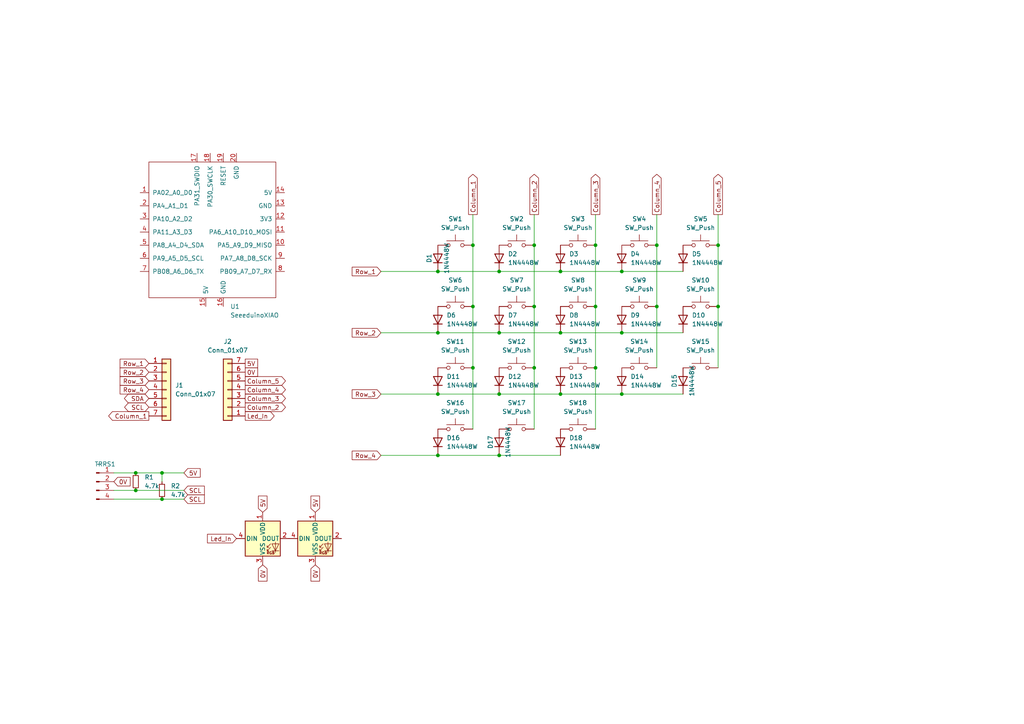
<source format=kicad_sch>
(kicad_sch (version 20230121) (generator eeschema)
  (paper "A4")
  (lib_symbols
    (symbol "Connector:Conn_01x04_Pin" (pin_names (offset 1.016) hide)
      (property "Reference" "J" (at 0 5.08 0))
      (property "Value" "Conn_01x04_Pin" (at 0 -7.62 0))
      (symbol "Conn_01x04_Pin_1_1"
        (polyline (pts (xy 1.27 -5.08) (xy 0.8636 -5.08)) (stroke (width 0.1524)))
        (polyline (pts (xy 1.27 -2.54) (xy 0.8636 -2.54)) (stroke (width 0.1524)))
        (polyline (pts (xy 1.27 0) (xy 0.8636 0)) (stroke (width 0.1524)))
        (polyline (pts (xy 1.27 2.54) (xy 0.8636 2.54)) (stroke (width 0.1524)))
        (rectangle (start 0.8636 -4.953) (end 0 -5.207) (stroke (width 0.1524)) (fill (type outline)))
        (rectangle (start 0.8636 -2.413) (end 0 -2.667) (stroke (width 0.1524)) (fill (type outline)))
        (rectangle (start 0.8636 0.127) (end 0 -0.127) (stroke (width 0.1524)) (fill (type outline)))
        (rectangle (start 0.8636 2.667) (end 0 2.413) (stroke (width 0.1524)) (fill (type outline)))
        (pin passive line (at 5.08 2.54 180) (length 3.81) (name "Pin_1") (number "1"))
        (pin passive line (at 5.08 0 180) (length 3.81) (name "Pin_2") (number "2"))
        (pin passive line (at 5.08 -2.54 180) (length 3.81) (name "Pin_3") (number "3"))
        (pin passive line (at 5.08 -5.08 180) (length 3.81) (name "Pin_4") (number "4"))
      )
    )
    (symbol "Connector_Generic:Conn_01x07" (pin_names (offset 1.016) hide)
      (property "Reference" "J" (at 0 10.16 0))
      (property "Value" "Conn_01x07" (at 0 -10.16 0))
      (symbol "Conn_01x07_1_1"
        (rectangle (start -1.27 -7.493) (end 0 -7.747) (stroke (width 0.1524)))
        (rectangle (start -1.27 -4.953) (end 0 -5.207) (stroke (width 0.1524)))
        (rectangle (start -1.27 -2.413) (end 0 -2.667) (stroke (width 0.1524)))
        (rectangle (start -1.27 0.127) (end 0 -0.127) (stroke (width 0.1524)))
        (rectangle (start -1.27 2.667) (end 0 2.413) (stroke (width 0.1524)))
        (rectangle (start -1.27 5.207) (end 0 4.953) (stroke (width 0.1524)))
        (rectangle (start -1.27 7.747) (end 0 7.493) (stroke (width 0.1524)))
        (rectangle (start -1.27 8.89) (end 1.27 -8.89) (stroke (width 0.254)) (fill (type background)))
        (pin passive line (at -5.08 7.62 0) (length 3.81) (name "Pin_1") (number "1"))
        (pin passive line (at -5.08 5.08 0) (length 3.81) (name "Pin_2") (number "2"))
        (pin passive line (at -5.08 2.54 0) (length 3.81) (name "Pin_3") (number "3"))
        (pin passive line (at -5.08 0 0) (length 3.81) (name "Pin_4") (number "4"))
        (pin passive line (at -5.08 -2.54 0) (length 3.81) (name "Pin_5") (number "5"))
        (pin passive line (at -5.08 -5.08 0) (length 3.81) (name "Pin_6") (number "6"))
        (pin passive line (at -5.08 -7.62 0) (length 3.81) (name "Pin_7") (number "7"))
      )
    )
    (symbol "Device:R_Small" (pin_numbers hide) (pin_names (offset 0.254) hide)
      (property "Reference" "R" (at 0.762 0.508 0))
      (property "Value" "R_Small" (at 0.762 -1.016 0))
      (symbol "R_Small_0_1"
        (rectangle (start -0.762 1.778) (end 0.762 -1.778) (stroke (width 0.2032)))
      )
      (symbol "R_Small_1_1"
        (pin passive line (at 0 2.54 270) (length 0.762) (name "~") (number "1"))
        (pin passive line (at 0 -2.54 90) (length 0.762) (name "~") (number "2"))
      )
    )
    (symbol "Diode:1N4448W" (pin_numbers hide) (pin_names (offset 1.016) hide)
      (property "Reference" "D" (at 0 2.54 0))
      (property "Value" "1N4448W" (at 0 -2.54 0))
      (symbol "1N4448W_0_1"
        (polyline (pts (xy -1.27 1.27) (xy -1.27 -1.27)) (stroke (width 0.254)))
        (polyline (pts (xy 1.27 0) (xy -1.27 0)))
        (polyline (pts (xy 1.27 1.27) (xy 1.27 -1.27) (xy -1.27 0) (xy 1.27 1.27)) (stroke (width 0.254)))
      )
      (symbol "1N4448W_1_1"
        (pin passive line (at -3.81 0 0) (length 2.54) (name "K") (number "1"))
        (pin passive line (at 3.81 0 180) (length 2.54) (name "A") (number "2"))
      )
    )
    (symbol "LED:WS2812B" (pin_names (offset 0.254))
      (property "Reference" "D" (at 5.08 5.715 0))
      (property "Value" "WS2812B" (at 1.27 -5.715 0))
      (symbol "WS2812B_0_0"
        (text "RGB" (at 2.286 -4.191 0) (effects (font (size 0.762 0.762))))
      )
      (symbol "WS2812B_0_1"
        (polyline (pts (xy 1.27 -3.556) (xy 1.778 -3.556)))
        (polyline (pts (xy 1.27 -2.54) (xy 1.778 -2.54)))
        (polyline (pts (xy 4.699 -3.556) (xy 2.667 -3.556)))
        (polyline (pts (xy 2.286 -2.54) (xy 1.27 -3.556) (xy 1.27 -3.048)))
        (polyline (pts (xy 2.286 -1.524) (xy 1.27 -2.54) (xy 1.27 -2.032)))
        (polyline (pts (xy 3.683 -1.016) (xy 3.683 -3.556) (xy 3.683 -4.064)))
        (polyline (pts (xy 4.699 -1.524) (xy 2.667 -1.524) (xy 3.683 -3.556) (xy 4.699 -1.524)))
        (rectangle (start 5.08 5.08) (end -5.08 -5.08) (stroke (width 0.254)) (fill (type background)))
      )
      (symbol "WS2812B_1_1"
        (pin power_in line (at 0 7.62 270) (length 2.54) (name "VDD") (number "1"))
        (pin output line (at 7.62 0 180) (length 2.54) (name "DOUT") (number "2"))
        (pin power_in line (at 0 -7.62 90) (length 2.54) (name "VSS") (number "3"))
        (pin input line (at -7.62 0 0) (length 2.54) (name "DIN") (number "4"))
      )
    )
    (symbol "Switch:SW_Push" (pin_numbers hide) (pin_names (offset 1.016) hide)
      (property "Reference" "SW" (at 1.27 2.54 0))
      (property "Value" "SW_Push" (at 0 -1.524 0))
      (symbol "SW_Push_0_1"
        (circle (center -2.032 0) (radius 0.508))
        (polyline (pts (xy 0 1.27) (xy 0 3.048)))
        (polyline (pts (xy 2.54 1.27) (xy -2.54 1.27)))
        (circle (center 2.032 0) (radius 0.508))
        (pin passive line (at -5.08 0 0) (length 2.54) (name "1") (number "1"))
        (pin passive line (at 5.08 0 180) (length 2.54) (name "2") (number "2"))
      )
    )
    (symbol "Xiao nRF52840:SeeeduinoXIAO" (pin_names (offset 1.016))
      (property "Reference" "U" (at -19.05 22.86 0))
      (property "Value" "SeeeduinoXIAO" (at -12.7 21.59 0))
      (symbol "SeeeduinoXIAO_0_1"
        (rectangle (start -19.05 20.32) (end 17.78 -19.05))
      )
      (symbol "SeeeduinoXIAO_1_1"
        (pin unspecified line (at -21.59 11.43 0) (length 2.54) (name "PA02_A0_D0") (number "1"))
        (pin unspecified line (at 20.32 -3.81 180) (length 2.54) (name "PA5_A9_D9_MISO") (number "10"))
        (pin unspecified line (at 20.32 0 180) (length 2.54) (name "PA6_A10_D10_MOSI") (number "11"))
        (pin unspecified line (at 20.32 3.81 180) (length 2.54) (name "3V3") (number "12"))
        (pin unspecified line (at 20.32 7.62 180) (length 2.54) (name "GND") (number "13"))
        (pin unspecified line (at 20.32 11.43 180) (length 2.54) (name "5V") (number "14"))
        (pin input line (at -2.54 -21.59 90) (length 2.54) (name "5V") (number "15"))
        (pin input line (at 2.54 -21.59 90) (length 2.54) (name "GND") (number "16"))
        (pin input line (at -5.08 22.86 270) (length 2.54) (name "PA31_SWDIO") (number "17"))
        (pin input line (at -1.27 22.86 270) (length 2.54) (name "PA30_SWCLK") (number "18"))
        (pin input line (at 2.54 22.86 270) (length 2.54) (name "RESET") (number "19"))
        (pin unspecified line (at -21.59 7.62 0) (length 2.54) (name "PA4_A1_D1") (number "2"))
        (pin input line (at 6.35 22.86 270) (length 2.54) (name "GND") (number "20"))
        (pin unspecified line (at -21.59 3.81 0) (length 2.54) (name "PA10_A2_D2") (number "3"))
        (pin unspecified line (at -21.59 0 0) (length 2.54) (name "PA11_A3_D3") (number "4"))
        (pin unspecified line (at -21.59 -3.81 0) (length 2.54) (name "PA8_A4_D4_SDA") (number "5"))
        (pin unspecified line (at -21.59 -7.62 0) (length 2.54) (name "PA9_A5_D5_SCL") (number "6"))
        (pin unspecified line (at -21.59 -11.43 0) (length 2.54) (name "PB08_A6_D6_TX") (number "7"))
        (pin unspecified line (at 20.32 -11.43 180) (length 2.54) (name "PB09_A7_D7_RX") (number "8"))
        (pin unspecified line (at 20.32 -7.62 180) (length 2.54) (name "PA7_A8_D8_SCK") (number "9"))
      )
    )
  )
  (junction (at 127 96.52))
  (junction (at 46.99 137.16))
  (junction (at 39.37 142.24))
  (junction (at 208.28 71.12))
  (junction (at 39.37 137.16))
  (junction (at 144.78 96.52))
  (junction (at 190.5 71.12))
  (junction (at 144.78 132.08))
  (junction (at 162.56 114.3))
  (junction (at 172.72 106.68))
  (junction (at 162.56 96.52))
  (junction (at 127 114.3))
  (junction (at 127 78.74))
  (junction (at 137.16 106.68))
  (junction (at 144.78 78.74))
  (junction (at 208.28 88.9))
  (junction (at 180.34 78.74))
  (junction (at 172.72 88.9))
  (junction (at 154.94 88.9))
  (junction (at 180.34 114.3))
  (junction (at 46.99 144.78))
  (junction (at 144.78 114.3))
  (junction (at 137.16 88.9))
  (junction (at 127 132.08))
  (junction (at 154.94 71.12))
  (junction (at 137.16 71.12))
  (junction (at 172.72 71.12))
  (junction (at 162.56 78.74))
  (junction (at 190.5 88.9))
  (junction (at 180.34 96.52))
  (junction (at 154.94 106.68))
  (wire (pts (xy 46.99 144.78) (xy 53.34 144.78)))
  (wire (pts (xy 180.34 114.3) (xy 198.12 114.3)))
  (wire (pts (xy 46.99 137.16) (xy 46.99 139.7)))
  (wire (pts (xy 172.72 62.23) (xy 172.72 71.12)))
  (wire (pts (xy 208.28 62.23) (xy 208.28 71.12)))
  (wire (pts (xy 154.94 106.68) (xy 154.94 124.46)))
  (wire (pts (xy 33.02 144.78) (xy 46.99 144.78)))
  (wire (pts (xy 190.5 88.9) (xy 190.5 106.68)))
  (wire (pts (xy 39.37 137.16) (xy 46.99 137.16)))
  (wire (pts (xy 127 132.08) (xy 144.78 132.08)))
  (wire (pts (xy 162.56 78.74) (xy 144.78 78.74)))
  (wire (pts (xy 208.28 88.9) (xy 208.28 106.68)))
  (wire (pts (xy 127 114.3) (xy 144.78 114.3)))
  (wire (pts (xy 110.49 114.3) (xy 127 114.3)))
  (wire (pts (xy 162.56 114.3) (xy 180.34 114.3)))
  (wire (pts (xy 33.02 142.24) (xy 39.37 142.24)))
  (wire (pts (xy 190.5 62.23) (xy 190.5 71.12)))
  (wire (pts (xy 190.5 71.12) (xy 190.5 88.9)))
  (wire (pts (xy 172.72 88.9) (xy 172.72 106.68)))
  (wire (pts (xy 110.49 78.74) (xy 127 78.74)))
  (wire (pts (xy 46.99 137.16) (xy 53.34 137.16)))
  (wire (pts (xy 180.34 96.52) (xy 198.12 96.52)))
  (wire (pts (xy 137.16 62.23) (xy 137.16 71.12)))
  (wire (pts (xy 172.72 106.68) (xy 172.72 124.46)))
  (wire (pts (xy 39.37 142.24) (xy 53.34 142.24)))
  (wire (pts (xy 110.49 96.52) (xy 127 96.52)))
  (wire (pts (xy 144.78 96.52) (xy 162.56 96.52)))
  (wire (pts (xy 137.16 106.68) (xy 137.16 124.46)))
  (wire (pts (xy 137.16 88.9) (xy 137.16 106.68)))
  (wire (pts (xy 39.37 137.16) (xy 33.02 137.16)))
  (wire (pts (xy 154.94 71.12) (xy 154.94 88.9)))
  (wire (pts (xy 144.78 78.74) (xy 127 78.74)))
  (wire (pts (xy 154.94 88.9) (xy 154.94 106.68)))
  (wire (pts (xy 144.78 114.3) (xy 162.56 114.3)))
  (wire (pts (xy 144.78 132.08) (xy 162.56 132.08)))
  (wire (pts (xy 137.16 71.12) (xy 137.16 88.9)))
  (wire (pts (xy 162.56 96.52) (xy 180.34 96.52)))
  (wire (pts (xy 208.28 71.12) (xy 208.28 88.9)))
  (wire (pts (xy 110.49 132.08) (xy 127 132.08)))
  (wire (pts (xy 180.34 78.74) (xy 162.56 78.74)))
  (wire (pts (xy 198.12 78.74) (xy 180.34 78.74)))
  (wire (pts (xy 154.94 62.23) (xy 154.94 71.12)))
  (wire (pts (xy 172.72 71.12) (xy 172.72 88.9)))
  (wire (pts (xy 127 96.52) (xy 144.78 96.52)))
  (global_label "5V" (shape input) (at 76.2 148.59 90) (property "Intersheetrefs" "${INTERSHEET_REFS}" (effects hide)))
  (global_label "0V" (shape passive) (at 71.12 107.95 0) (property "Intersheetrefs" "${INTERSHEET_REFS}" (effects hide)))
  (global_label "0V" (shape input) (at 33.02 139.7 0) (property "Intersheetrefs" "${INTERSHEET_REFS}" (effects hide)))
  (global_label "Column_1" (shape output) (at 43.18 120.65 180) (property "Intersheetrefs" "${INTERSHEET_REFS}" (effects hide)))
  (global_label "SCL" (shape bidirectional) (at 43.18 118.11 180) (property "Intersheetrefs" "${INTERSHEET_REFS}" (effects hide)))
  (global_label "SCL" (shape input) (at 53.34 144.78 0) (property "Intersheetrefs" "${INTERSHEET_REFS}" (effects hide)))
  (global_label "Row_1" (shape input) (at 43.18 105.41 180) (property "Intersheetrefs" "${INTERSHEET_REFS}" (effects hide)))
  (global_label "Column_3" (shape output) (at 172.72 62.23 90) (property "Intersheetrefs" "${INTERSHEET_REFS}" (effects hide)))
  (global_label "Row_4" (shape input) (at 110.49 132.08 180) (property "Intersheetrefs" "${INTERSHEET_REFS}" (effects hide)))
  (global_label "Row_2" (shape input) (at 43.18 107.95 180) (property "Intersheetrefs" "${INTERSHEET_REFS}" (effects hide)))
  (global_label "Column_4" (shape output) (at 71.12 113.03 0) (property "Intersheetrefs" "${INTERSHEET_REFS}" (effects hide)))
  (global_label "Led_In" (shape output) (at 71.12 120.65 0) (property "Intersheetrefs" "${INTERSHEET_REFS}" (effects hide)))
  (global_label "Column_1" (shape output) (at 137.16 62.23 90) (property "Intersheetrefs" "${INTERSHEET_REFS}" (effects hide)))
  (global_label "Column_5" (shape output) (at 208.28 62.23 90) (property "Intersheetrefs" "${INTERSHEET_REFS}" (effects hide)))
  (global_label "5V" (shape input) (at 53.34 137.16 0) (property "Intersheetrefs" "${INTERSHEET_REFS}" (effects hide)))
  (global_label "Row_1" (shape input) (at 110.49 78.74 180) (property "Intersheetrefs" "${INTERSHEET_REFS}" (effects hide)))
  (global_label "0V" (shape input) (at 91.44 163.83 270) (property "Intersheetrefs" "${INTERSHEET_REFS}" (effects hide)))
  (global_label "SCL" (shape input) (at 53.34 142.24 0) (property "Intersheetrefs" "${INTERSHEET_REFS}" (effects hide)))
  (global_label "Row_3" (shape input) (at 43.18 110.49 180) (property "Intersheetrefs" "${INTERSHEET_REFS}" (effects hide)))
  (global_label "Column_2" (shape output) (at 71.12 118.11 0) (property "Intersheetrefs" "${INTERSHEET_REFS}" (effects hide)))
  (global_label "Row_4" (shape input) (at 43.18 113.03 180) (property "Intersheetrefs" "${INTERSHEET_REFS}" (effects hide)))
  (global_label "Column_5" (shape output) (at 71.12 110.49 0) (property "Intersheetrefs" "${INTERSHEET_REFS}" (effects hide)))
  (global_label "Row_2" (shape input) (at 110.49 96.52 180) (property "Intersheetrefs" "${INTERSHEET_REFS}" (effects hide)))
  (global_label "SDA" (shape bidirectional) (at 43.18 115.57 180) (property "Intersheetrefs" "${INTERSHEET_REFS}" (effects hide)))
  (global_label "Column_3" (shape output) (at 71.12 115.57 0) (property "Intersheetrefs" "${INTERSHEET_REFS}" (effects hide)))
  (global_label "5V" (shape input) (at 91.44 148.59 90) (property "Intersheetrefs" "${INTERSHEET_REFS}" (effects hide)))
  (global_label "Row_3" (shape input) (at 110.49 114.3 180) (property "Intersheetrefs" "${INTERSHEET_REFS}" (effects hide)))
  (global_label "Column_4" (shape output) (at 190.5 62.23 90) (property "Intersheetrefs" "${INTERSHEET_REFS}" (effects hide)))
  (global_label "5V" (shape passive) (at 71.12 105.41 0) (property "Intersheetrefs" "${INTERSHEET_REFS}" (effects hide)))
  (global_label "0V" (shape input) (at 76.2 163.83 270) (property "Intersheetrefs" "${INTERSHEET_REFS}" (effects hide)))
  (global_label "Column_2" (shape output) (at 154.94 62.23 90) (property "Intersheetrefs" "${INTERSHEET_REFS}" (effects hide)))
  (global_label "Led_In" (shape input) (at 68.58 156.21 180) (property "Intersheetrefs" "${INTERSHEET_REFS}" (effects hide)))
  (symbol (lib_id "Switch:SW_Push") (at 132.08 106.68 0) (unit 1)
    (property "Reference" "SW11" (at 132.08 99.06 0))
    (property "Value" "SW_Push" (at 132.08 101.6 0))
    (property "Footprint" "Split_footprints:Choc_reversible_17mmOutline" (effects hide))
  )
  (symbol (lib_id "Diode:1N4448W") (at 127 110.49 90) (unit 1)
    (property "Reference" "D11" (at 129.54 109.22 90) (effects (justify right)))
    (property "Value" "1N4448W" (at 129.54 111.76 90) (effects (justify right)))
    (property "Footprint" "Diode_SMD:D_SOD-123" (effects hide))
    (property "Datasheet" "https://www.vishay.com/docs/85722/1n4448w.pdf" (effects hide))
  )
  (symbol (lib_id "Diode:1N4448W") (at 127 128.27 90) (unit 1)
    (property "Reference" "D16" (at 129.54 127 90) (effects (justify right)))
    (property "Value" "1N4448W" (at 129.54 129.54 90) (effects (justify right)))
    (property "Footprint" "Diode_SMD:D_SOD-123" (effects hide))
    (property "Datasheet" "https://www.vishay.com/docs/85722/1n4448w.pdf" (effects hide))
  )
  (symbol (lib_id "Diode:1N4448W") (at 180.34 110.49 90) (unit 1)
    (property "Reference" "D14" (at 182.88 109.22 90) (effects (justify right)))
    (property "Value" "1N4448W" (at 182.88 111.76 90) (effects (justify right)))
    (property "Footprint" "Diode_SMD:D_SOD-123" (effects hide))
    (property "Datasheet" "https://www.vishay.com/docs/85722/1n4448w.pdf" (effects hide))
  )
  (symbol (lib_id "Switch:SW_Push") (at 132.08 71.12 0) (unit 1)
    (property "Reference" "SW1" (at 132.08 63.5 0))
    (property "Value" "SW_Push" (at 132.08 66.04 0))
    (property "Footprint" "Split_footprints:Choc_reversible_17mmOutline" (effects hide))
  )
  (symbol (lib_id "Diode:1N4448W") (at 198.12 74.93 90) (unit 1)
    (property "Reference" "D5" (at 200.66 73.66 90) (effects (justify right)))
    (property "Value" "1N4448W" (at 200.66 76.2 90) (effects (justify right)))
    (property "Footprint" "Diode_SMD:D_SOD-123" (effects hide))
    (property "Datasheet" "https://www.vishay.com/docs/85722/1n4448w.pdf" (effects hide))
  )
  (symbol (lib_id "Xiao nRF52840:SeeeduinoXIAO") (at 62.23 67.31 0) (unit 1)
    (property "Reference" "U1" (at 66.7894 88.9 0) (effects (justify left)))
    (property "Value" "SeeeduinoXIAO" (at 66.7894 91.44 0) (effects (justify left)))
    (property "Footprint" "Xiao nRF52840:Seeeduino XIAO-MOUDLE14P-2.54-21X17.8MM" (effects hide))
  )
  (symbol (lib_id "Switch:SW_Push") (at 149.86 71.12 0) (unit 1)
    (property "Reference" "SW2" (at 149.86 63.5 0))
    (property "Value" "SW_Push" (at 149.86 66.04 0))
    (property "Footprint" "Split_footprints:Choc_reversible_17mmOutline" (effects hide))
  )
  (symbol (lib_id "Switch:SW_Push") (at 167.64 71.12 0) (unit 1)
    (property "Reference" "SW3" (at 167.64 63.5 0))
    (property "Value" "SW_Push" (at 167.64 66.04 0))
    (property "Footprint" "Split_footprints:Choc_reversible_17mmOutline" (effects hide))
  )
  (symbol (lib_id "LED:WS2812B") (at 91.44 156.21 0) (unit 1)
    (property "Reference" "D20" (effects hide))
    (property "Value" "WS2812B" (effects hide))
    (property "Footprint" "LED_SMD:LED_WS2812B_PLCC4_5.0x5.0mm_P3.2mm" (effects hide))
    (property "Datasheet" "https://cdn-shop.adafruit.com/datasheets/WS2812B.pdf" (effects hide))
  )
  (symbol (lib_id "Switch:SW_Push") (at 132.08 124.46 0) (unit 1)
    (property "Reference" "SW16" (at 132.08 116.84 0))
    (property "Value" "SW_Push" (at 132.08 119.38 0))
    (property "Footprint" "Split_footprints:Choc_reversible_17mmOutline" (effects hide))
  )
  (symbol (lib_id "Diode:1N4448W") (at 198.12 92.71 90) (unit 1)
    (property "Reference" "D10" (at 200.66 91.44 90) (effects (justify right)))
    (property "Value" "1N4448W" (at 200.66 93.98 90) (effects (justify right)))
    (property "Footprint" "Diode_SMD:D_SOD-123" (effects hide))
    (property "Datasheet" "https://www.vishay.com/docs/85722/1n4448w.pdf" (effects hide))
  )
  (symbol (lib_id "Diode:1N4448W") (at 162.56 128.27 90) (unit 1)
    (property "Reference" "D18" (at 165.1 127 90) (effects (justify right)))
    (property "Value" "1N4448W" (at 165.1 129.54 90) (effects (justify right)))
    (property "Footprint" "Diode_SMD:D_SOD-123" (effects hide))
    (property "Datasheet" "https://www.vishay.com/docs/85722/1n4448w.pdf" (effects hide))
  )
  (symbol (lib_id "Diode:1N4448W") (at 162.56 110.49 90) (unit 1)
    (property "Reference" "D13" (at 165.1 109.22 90) (effects (justify right)))
    (property "Value" "1N4448W" (at 165.1 111.76 90) (effects (justify right)))
    (property "Footprint" "Diode_SMD:D_SOD-123" (effects hide))
    (property "Datasheet" "https://www.vishay.com/docs/85722/1n4448w.pdf" (effects hide))
  )
  (symbol (lib_id "Switch:SW_Push") (at 185.42 106.68 0) (unit 1)
    (property "Reference" "SW14" (at 185.42 99.06 0))
    (property "Value" "SW_Push" (at 185.42 101.6 0))
    (property "Footprint" "Split_footprints:Choc_reversible_17mmOutline" (effects hide))
  )
  (symbol (lib_id "LED:WS2812B") (at 76.2 156.21 0) (unit 1)
    (property "Reference" "D19" (effects hide))
    (property "Value" "WS2812B" (effects hide))
    (property "Footprint" "LED_SMD:LED_WS2812B_PLCC4_5.0x5.0mm_P3.2mm" (effects hide))
    (property "Datasheet" "https://cdn-shop.adafruit.com/datasheets/WS2812B.pdf" (effects hide))
  )
  (symbol (lib_id "Switch:SW_Push") (at 167.64 124.46 0) (unit 1)
    (property "Reference" "SW18" (at 167.64 116.84 0))
    (property "Value" "SW_Push" (at 167.64 119.38 0))
    (property "Footprint" "Split_footprints:Choc_reversible_17mmOutline" (effects hide))
  )
  (symbol (lib_id "Switch:SW_Push") (at 167.64 106.68 0) (unit 1)
    (property "Reference" "SW13" (at 167.64 99.06 0))
    (property "Value" "SW_Push" (at 167.64 101.6 0))
    (property "Footprint" "Split_footprints:Choc_reversible_17mmOutline" (effects hide))
  )
  (symbol (lib_id "Switch:SW_Push") (at 149.86 88.9 0) (unit 1)
    (property "Reference" "SW7" (at 149.86 81.28 0))
    (property "Value" "SW_Push" (at 149.86 83.82 0))
    (property "Footprint" "Split_footprints:Choc_reversible_17mmOutline" (effects hide))
  )
  (symbol (lib_id "Diode:1N4448W") (at 162.56 92.71 90) (unit 1)
    (property "Reference" "D8" (at 165.1 91.44 90) (effects (justify right)))
    (property "Value" "1N4448W" (at 165.1 93.98 90) (effects (justify right)))
    (property "Footprint" "Diode_SMD:D_SOD-123" (effects hide))
    (property "Datasheet" "https://www.vishay.com/docs/85722/1n4448w.pdf" (effects hide))
  )
  (symbol (lib_id "Switch:SW_Push") (at 149.86 106.68 0) (unit 1)
    (property "Reference" "SW12" (at 149.86 99.06 0))
    (property "Value" "SW_Push" (at 149.86 101.6 0))
    (property "Footprint" "Split_footprints:Choc_reversible_17mmOutline" (effects hide))
  )
  (symbol (lib_id "Diode:1N4448W") (at 198.12 110.49 90) (unit 1)
    (property "Reference" "D15" (at 195.58 110.49 0))
    (property "Value" "1N4448W" (at 200.66 110.49 0))
    (property "Footprint" "Diode_SMD:D_SOD-123" (effects hide))
    (property "Datasheet" "https://www.vishay.com/docs/85722/1n4448w.pdf" (effects hide))
  )
  (symbol (lib_id "Connector:Conn_01x04_Pin") (at 27.94 139.7 0) (unit 1)
    (property "Reference" "TRRS1" (at 30.48 134.62 0))
    (property "Value" "~" (at 28.575 134.62 0))
    (property "Footprint" "SparkFun-Connectors:AUDIO-JACK-TRRS-SMD" (effects hide))
  )
  (symbol (lib_id "Diode:1N4448W") (at 144.78 128.27 90) (unit 1)
    (property "Reference" "D17" (at 142.24 128.27 0))
    (property "Value" "1N4448W" (at 147.32 128.27 0))
    (property "Footprint" "Diode_SMD:D_SOD-123" (effects hide))
    (property "Datasheet" "https://www.vishay.com/docs/85722/1n4448w.pdf" (effects hide))
  )
  (symbol (lib_id "Switch:SW_Push") (at 132.08 88.9 0) (unit 1)
    (property "Reference" "SW6" (at 132.08 81.28 0))
    (property "Value" "SW_Push" (at 132.08 83.82 0))
    (property "Footprint" "Split_footprints:Choc_reversible_17mmOutline" (effects hide))
  )
  (symbol (lib_id "Switch:SW_Push") (at 149.86 124.46 0) (unit 1)
    (property "Reference" "SW17" (at 149.86 116.84 0))
    (property "Value" "SW_Push" (at 149.86 119.38 0))
    (property "Footprint" "Split_footprints:Choc_reversible_17mmOutline" (effects hide))
  )
  (symbol (lib_id "Diode:1N4448W") (at 180.34 74.93 90) (unit 1)
    (property "Reference" "D4" (at 182.88 73.66 90) (effects (justify right)))
    (property "Value" "1N4448W" (at 182.88 76.2 90) (effects (justify right)))
    (property "Footprint" "Diode_SMD:D_SOD-123" (effects hide))
    (property "Datasheet" "https://www.vishay.com/docs/85722/1n4448w.pdf" (effects hide))
  )
  (symbol (lib_id "Diode:1N4448W") (at 144.78 110.49 90) (unit 1)
    (property "Reference" "D12" (at 147.32 109.22 90) (effects (justify right)))
    (property "Value" "1N4448W" (at 147.32 111.76 90) (effects (justify right)))
    (property "Footprint" "Diode_SMD:D_SOD-123" (effects hide))
    (property "Datasheet" "https://www.vishay.com/docs/85722/1n4448w.pdf" (effects hide))
  )
  (symbol (lib_id "Diode:1N4448W") (at 127 74.93 90) (unit 1)
    (property "Reference" "D1" (at 124.46 74.93 0))
    (property "Value" "1N4448W" (at 129.54 74.93 0))
    (property "Footprint" "Diode_SMD:D_SOD-123" (effects hide))
    (property "Datasheet" "https://www.vishay.com/docs/85722/1n4448w.pdf" (effects hide))
  )
  (symbol (lib_id "Switch:SW_Push") (at 167.64 88.9 0) (unit 1)
    (property "Reference" "SW8" (at 167.64 81.28 0))
    (property "Value" "SW_Push" (at 167.64 83.82 0))
    (property "Footprint" "Split_footprints:Choc_reversible_17mmOutline" (effects hide))
  )
  (symbol (lib_id "Switch:SW_Push") (at 203.2 71.12 0) (unit 1)
    (property "Reference" "SW5" (at 203.2 63.5 0))
    (property "Value" "SW_Push" (at 203.2 66.04 0))
    (property "Footprint" "Split_footprints:Choc_reversible_17mmOutline" (effects hide))
  )
  (symbol (lib_id "Diode:1N4448W") (at 127 92.71 90) (unit 1)
    (property "Reference" "D6" (at 129.54 91.44 90) (effects (justify right)))
    (property "Value" "1N4448W" (at 129.54 93.98 90) (effects (justify right)))
    (property "Footprint" "Diode_SMD:D_SOD-123" (effects hide))
    (property "Datasheet" "https://www.vishay.com/docs/85722/1n4448w.pdf" (effects hide))
  )
  (symbol (lib_id "Switch:SW_Push") (at 185.42 71.12 0) (unit 1)
    (property "Reference" "SW4" (at 185.42 63.5 0))
    (property "Value" "SW_Push" (at 185.42 66.04 0))
    (property "Footprint" "Split_footprints:Choc_reversible_17mmOutline" (effects hide))
  )
  (symbol (lib_id "Diode:1N4448W") (at 144.78 92.71 90) (unit 1)
    (property "Reference" "D7" (at 147.32 91.44 90) (effects (justify right)))
    (property "Value" "1N4448W" (at 147.32 93.98 90) (effects (justify right)))
    (property "Footprint" "Diode_SMD:D_SOD-123" (effects hide))
    (property "Datasheet" "https://www.vishay.com/docs/85722/1n4448w.pdf" (effects hide))
  )
  (symbol (lib_id "Diode:1N4448W") (at 162.56 74.93 90) (unit 1)
    (property "Reference" "D3" (at 165.1 73.66 90) (effects (justify right)))
    (property "Value" "1N4448W" (at 165.1 76.2 90) (effects (justify right)))
    (property "Footprint" "Diode_SMD:D_SOD-123" (effects hide))
    (property "Datasheet" "https://www.vishay.com/docs/85722/1n4448w.pdf" (effects hide))
  )
  (symbol (lib_id "Switch:SW_Push") (at 203.2 88.9 0) (unit 1)
    (property "Reference" "SW10" (at 203.2 81.28 0))
    (property "Value" "SW_Push" (at 203.2 83.82 0))
    (property "Footprint" "Split_footprints:Choc_reversible_17mmOutline" (effects hide))
  )
  (symbol (lib_id "Diode:1N4448W") (at 180.34 92.71 90) (unit 1)
    (property "Reference" "D9" (at 182.88 91.44 90) (effects (justify right)))
    (property "Value" "1N4448W" (at 182.88 93.98 90) (effects (justify right)))
    (property "Footprint" "Diode_SMD:D_SOD-123" (effects hide))
    (property "Datasheet" "https://www.vishay.com/docs/85722/1n4448w.pdf" (effects hide))
  )
  (symbol (lib_id "Switch:SW_Push") (at 203.2 106.68 0) (unit 1)
    (property "Reference" "SW15" (at 203.2 99.06 0))
    (property "Value" "SW_Push" (at 203.2 101.6 0))
    (property "Footprint" "Split_footprints:Choc_reversible_17mmOutline" (effects hide))
  )
  (symbol (lib_id "Connector_Generic:Conn_01x07") (at 48.26 113.03 0) (unit 1)
    (property "Reference" "J1" (at 50.8 111.76 0) (effects (justify left)))
    (property "Value" "Conn_01x07" (at 50.8 114.3 0) (effects (justify left)))
    (property "Footprint" "Connector_Hirose:Hirose_DF13-07P-1.25DS_1x07_P1.25mm_Horizontal" (effects hide))
  )
  (symbol (lib_id "Connector_Generic:Conn_01x07") (at 66.04 113.03 180) (unit 1)
    (property "Reference" "J2" (at 66.04 99.06 0))
    (property "Value" "Conn_01x07" (at 66.04 101.6 0))
    (property "Footprint" "Connector_Hirose:Hirose_DF13-07P-1.25DS_1x07_P1.25mm_Horizontal" (effects hide))
  )
  (symbol (lib_id "Diode:1N4448W") (at 144.78 74.93 90) (unit 1)
    (property "Reference" "D2" (at 147.32 73.66 90) (effects (justify right)))
    (property "Value" "1N4448W" (at 147.32 76.2 90) (effects (justify right)))
    (property "Footprint" "Diode_SMD:D_SOD-123" (effects hide))
    (property "Datasheet" "https://www.vishay.com/docs/85722/1n4448w.pdf" (effects hide))
  )
  (symbol (lib_id "Switch:SW_Push") (at 185.42 88.9 0) (unit 1)
    (property "Reference" "SW9" (at 185.42 81.28 0))
    (property "Value" "SW_Push" (at 185.42 83.82 0))
    (property "Footprint" "Split_footprints:Choc_reversible_17mmOutline" (effects hide))
  )
  (symbol (lib_id "Device:R_Small") (at 46.99 142.24 0) (unit 1)
    (property "Reference" "R2" (at 49.53 140.97 0) (effects (justify left)))
    (property "Value" "4.7k" (at 49.53 143.51 0) (effects (justify left)))
    (property "Footprint" "Resistor_SMD:R_0805_2012Metric" (effects hide))
  )
  (symbol (lib_id "Device:R_Small") (at 39.37 139.7 0) (unit 1)
    (property "Reference" "R1" (at 41.91 138.43 0) (effects (justify left)))
    (property "Value" "4.7k" (at 41.91 140.97 0) (effects (justify left)))
    (property "Footprint" "Resistor_SMD:R_0805_2012Metric" (effects hide))
  )
)
</source>
